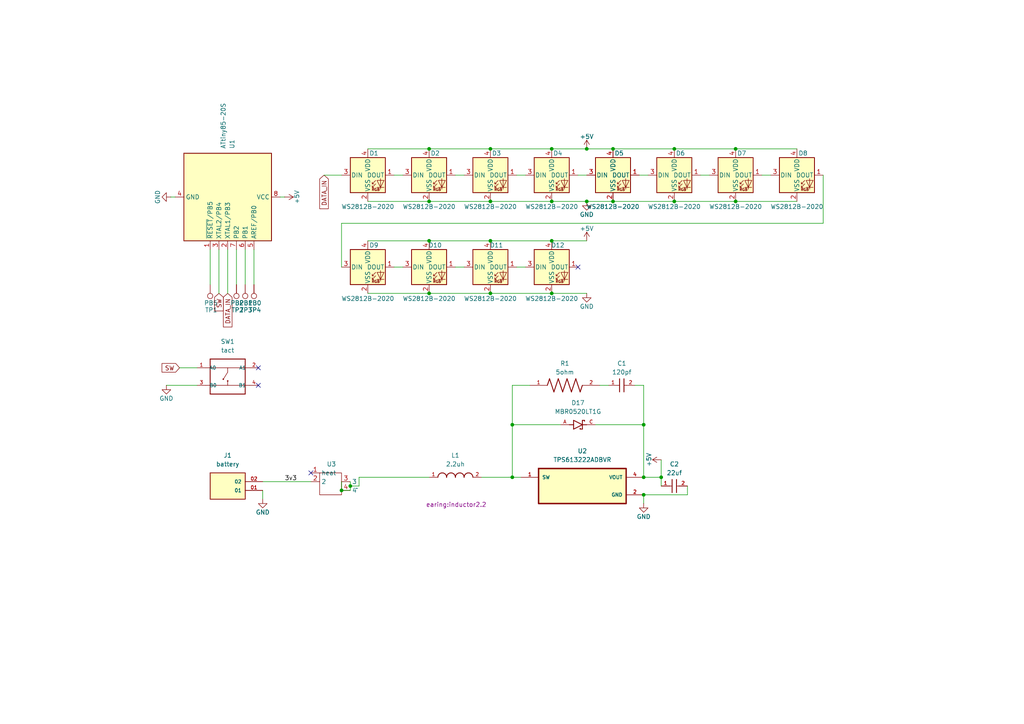
<source format=kicad_sch>
(kicad_sch (version 20250114) (generator "eeschema") (generator_version "9.0")
  (paper "A4")
  (lib_symbols
    (symbol "2pin_conn_1.27mm:FTR-102-02-G-S" (pin_names (offset 1.016))
      (property "Reference" "J" (at -5.58 3.656 0))
      (property "Value" "FTR-102-02-G-S" (at -5.08 -7.62 0))
      (symbol "FTR-102-02-G-S_0_0"
        (rectangle (start -5.08 -5.08) (end 5.08 2.54) (stroke (width 0.254)) (fill (type background)))
        (pin passive line (at -10.16 0 0) (length 5.08) (name "01") (number "01"))
        (pin passive line (at -10.16 -2.54 0) (length 5.08) (name "02") (number "02"))
      )
    )
    (symbol "C10603:WCAP-CSGP_0603" (pin_names (offset 1.016))
      (property "Reference" "C" (at 1.27 3.302 0))
      (property "Value" "WCAP-CSGP_0603" (at 1.27 -5.08 0))
      (symbol "WCAP-CSGP_0603_0_0"
        (polyline (pts (xy 0 0) (xy 0.6426 0)) (stroke (width 0.1524)))
        (polyline (pts (xy 0.635 -1.905) (xy 0.635 1.905)) (stroke (width 0.254)))
        (polyline (pts (xy 1.905 1.905) (xy 1.905 -1.905)) (stroke (width 0.254)))
        (polyline (pts (xy 1.9279 0) (xy 2.5705 0)) (stroke (width 0.1524)))
        (pin passive line (at -2.54 0 0) (length 2.54) (name "~") (number "1"))
        (pin passive line (at 5.08 0 180) (length 2.54) (name "~") (number "2"))
      )
    )
    (symbol "Connector:TestPoint" (pin_numbers (hide yes)) (pin_names (offset 0.762) (hide yes))
      (property "Reference" "TP" (at 0 6.858 0))
      (property "Value" "TestPoint" (at 0 5.08 0))
      (symbol "TestPoint_0_1"
        (circle (center 0 3.302) (radius 0.762))
      )
      (symbol "TestPoint_1_1"
        (pin passive line (at 0 0 90) (length 2.54) (name "1") (number "1"))
      )
    )
    (symbol "LED:WS2812B-2020" (pin_names (offset 0.254))
      (property "Reference" "D" (at 5.08 5.715 0))
      (property "Value" "WS2812B-2020" (at 1.27 -5.715 0))
      (symbol "WS2812B-2020_0_0"
        (text "RGB" (at 2.286 -4.191 0) (effects (font (size 0.762 0.762))))
      )
      (symbol "WS2812B-2020_0_1"
        (polyline (pts (xy 1.27 -2.54) (xy 1.778 -2.54)))
        (polyline (pts (xy 1.27 -3.556) (xy 1.778 -3.556)))
        (polyline (pts (xy 2.286 -1.524) (xy 1.27 -2.54) (xy 1.27 -2.032)))
        (polyline (pts (xy 2.286 -2.54) (xy 1.27 -3.556) (xy 1.27 -3.048)))
        (polyline (pts (xy 3.683 -1.016) (xy 3.683 -3.556) (xy 3.683 -4.064)))
        (polyline (pts (xy 4.699 -1.524) (xy 2.667 -1.524) (xy 3.683 -3.556) (xy 4.699 -1.524)))
        (polyline (pts (xy 4.699 -3.556) (xy 2.667 -3.556)))
        (rectangle (start 5.08 5.08) (end -5.08 -5.08) (stroke (width 0.254)) (fill (type background)))
      )
      (symbol "WS2812B-2020_1_1"
        (pin input line (at -7.62 0 0) (length 2.54) (name "DIN") (number "3"))
        (pin power_in line (at 0 7.62 270) (length 2.54) (name "VDD") (number "4"))
        (pin power_in line (at 0 -7.62 90) (length 2.54) (name "VSS") (number "2"))
        (pin output line (at 7.62 0 180) (length 2.54) (name "DOUT") (number "1"))
      )
    )
    (symbol "MCU_Microchip_ATtiny:ATtiny85-20S"
      (property "Reference" "U" (at -12.7 13.97 0))
      (property "Value" "ATtiny85-20S" (at 2.54 -13.97 0))
      (symbol "ATtiny85-20S_0_1"
        (rectangle (start -12.7 -12.7) (end 12.7 12.7) (stroke (width 0.254)) (fill (type background)))
      )
      (symbol "ATtiny85-20S_1_1"
        (pin power_in line (at 0 15.24 270) (length 2.54) (name "VCC") (number "8"))
        (pin power_in line (at 0 -15.24 90) (length 2.54) (name "GND") (number "4"))
        (pin bidirectional line (at 15.24 7.62 180) (length 2.54) (name "AREF/PB0") (number "5"))
        (pin bidirectional line (at 15.24 5.08 180) (length 2.54) (name "PB1") (number "6"))
        (pin bidirectional line (at 15.24 2.54 180) (length 2.54) (name "PB2") (number "7"))
        (pin bidirectional line (at 15.24 0 180) (length 2.54) (name "XTAL1/PB3") (number "2"))
        (pin bidirectional line (at 15.24 -2.54 180) (length 2.54) (name "XTAL2/PB4") (number "3"))
        (pin bidirectional line (at 15.24 -5.08 180) (length 2.54) (name "~{RESET}/PB5") (number "1"))
      )
    )
    (symbol "R0603:CRG0201F1K47" (pin_names (offset 1.016))
      (property "Reference" "R" (at -7.6244 2.5415 0))
      (property "Value" "CRG0201F1K47" (at -7.63 -5.0866 0))
      (symbol "CRG0201F1K47_0_0"
        (polyline (pts (xy -5.08 0) (xy -4.445 1.905)) (stroke (width 0.254)))
        (polyline (pts (xy -4.445 1.905) (xy -3.175 -1.905)) (stroke (width 0.254)))
        (polyline (pts (xy -3.175 -1.905) (xy -1.905 1.905)) (stroke (width 0.254)))
        (polyline (pts (xy -1.905 1.905) (xy -0.635 -1.905)) (stroke (width 0.254)))
        (polyline (pts (xy -0.635 -1.905) (xy 0.635 1.905)) (stroke (width 0.254)))
        (polyline (pts (xy 0.635 1.905) (xy 1.905 -1.905)) (stroke (width 0.254)))
        (polyline (pts (xy 1.905 -1.905) (xy 3.175 1.905)) (stroke (width 0.254)))
        (polyline (pts (xy 3.175 1.905) (xy 4.445 -1.905)) (stroke (width 0.254)))
        (polyline (pts (xy 4.445 -1.905) (xy 5.08 0)) (stroke (width 0.254)))
        (pin passive line (at -10.16 0 0) (length 5.08) (name "~") (number "1"))
        (pin passive line (at 10.16 0 180) (length 5.08) (name "~") (number "2"))
      )
    )
    (symbol "SMD-BUTTON_4P-5.2X5.2X1.5MM-SKQGADE010_:SMD-BUTTON_4P-5.2X5.2X1.5MM-SKQGADE010_" (pin_names (offset 1.016))
      (property "Reference" "SW" (at -5.0859 5.0859 0))
      (property "Value" "SMD-BUTTON_4P-5.2X5.2X1.5MM-SKQGADE010_" (at -5.0884 -6.3605 0))
      (symbol "SMD-BUTTON_4P-5.2X5.2X1.5MM-SKQGADE010__0_0"
        (polyline (pts (xy -6.35 2.54) (xy -5.08 2.54)) (stroke (width 0.1524)))
        (polyline (pts (xy -6.35 -2.54) (xy -5.08 -2.54)) (stroke (width 0.1524)))
        (polyline (pts (xy -5.08 5.08) (xy 5.08 5.08)) (stroke (width 0.254)))
        (polyline (pts (xy -5.08 2.54) (xy -5.08 5.08)) (stroke (width 0.254)))
        (polyline (pts (xy -5.08 2.54) (xy 0 2.54)) (stroke (width 0.1524)))
        (polyline (pts (xy -5.08 -2.54) (xy -5.08 2.54)) (stroke (width 0.254)))
        (polyline (pts (xy -5.08 -5.08) (xy -5.08 -2.54)) (stroke (width 0.254)))
        (circle (center -1.27 -0.762) (radius 0.1524))
        (polyline (pts (xy 0 2.54) (xy 0 1.27)) (stroke (width 0.1524)))
        (polyline (pts (xy 0 2.54) (xy 5.08 2.54)) (stroke (width 0.1524)))
        (polyline (pts (xy 0 1.27) (xy -1.27 -0.762)) (stroke (width 0.1524)))
        (polyline (pts (xy 0 -1.27) (xy 0 -2.54)) (stroke (width 0.1524)))
        (circle (center 0 -1.27) (radius 0.1524))
        (polyline (pts (xy 0 -2.54) (xy -5.08 -2.54)) (stroke (width 0.1524)))
        (polyline (pts (xy 0 -2.54) (xy 5.08 -2.54)) (stroke (width 0.1524)))
        (polyline (pts (xy 5.08 5.08) (xy 5.08 2.54)) (stroke (width 0.254)))
        (polyline (pts (xy 5.08 2.54) (xy 5.08 -2.54)) (stroke (width 0.254)))
        (polyline (pts (xy 5.08 -2.54) (xy 5.08 -5.08)) (stroke (width 0.254)))
        (polyline (pts (xy 5.08 -5.08) (xy -5.08 -5.08)) (stroke (width 0.254)))
        (polyline (pts (xy 6.35 2.54) (xy 5.08 2.54)) (stroke (width 0.1524)))
        (polyline (pts (xy 6.35 -2.54) (xy 5.08 -2.54)) (stroke (width 0.1524)))
        (pin bidirectional line (at -8.89 2.54 0) (length 2.54) (name "A0") (number "1"))
        (pin bidirectional line (at -8.89 -2.54 0) (length 2.54) (name "B0") (number "3"))
        (pin bidirectional line (at 8.89 2.54 180) (length 2.54) (name "A1") (number "2"))
        (pin bidirectional line (at 8.89 -2.54 180) (length 2.54) (name "B1") (number "4"))
      )
    )
    (symbol "inductor2.2:DFE252012F-2R2M=P2" (pin_names (offset 1.016))
      (property "Reference" "L" (at -7.62 5.08 0))
      (property "Value" "DFE252012F-2R2M=P2" (at -7.62 2.54 0))
      (symbol "DFE252012F-2R2M=P2_0_0"
        (arc (start -5.08 0) (mid -3.81 1.2645) (end -2.54 0) (stroke (width 0.254)))
        (arc (start -2.54 0) (mid -1.27 1.2645) (end 0 0) (stroke (width 0.254)))
        (arc (start 0 0) (mid 1.27 1.2645) (end 2.54 0) (stroke (width 0.254)))
        (arc (start 2.54 0) (mid 3.81 1.2645) (end 5.08 0) (stroke (width 0.254)))
        (pin passive line (at -7.62 0 0) (length 2.54) (name "~") (number "1"))
        (pin passive line (at 7.62 0 180) (length 2.54) (name "~") (number "2"))
      )
    )
    (symbol "power:+5V" (power) (pin_numbers (hide yes)) (pin_names (offset 0) (hide yes))
      (property "Value" "+5V" (at 0 3.556 0))
      (symbol "+5V_0_1"
        (polyline (pts (xy -0.762 1.27) (xy 0 2.54)))
        (polyline (pts (xy 0 2.54) (xy 0.762 1.27)))
        (polyline (pts (xy 0 0) (xy 0 2.54)))
      )
      (symbol "+5V_1_1"
        (pin power_in line (at 0 0 90) (length 0) (name "~") (number "1"))
      )
    )
    (symbol "power:GND" (power) (pin_numbers (hide yes)) (pin_names (offset 0) (hide yes))
      (property "Value" "GND" (at 0 -3.81 0))
      (symbol "GND_0_1"
        (polyline (pts (xy 0 0) (xy 0 -1.27) (xy 1.27 -1.27) (xy 0 -2.54) (xy -1.27 -1.27) (xy 0 -1.27)))
      )
      (symbol "GND_1_1"
        (pin power_in line (at 0 0 270) (length 0) (name "~") (number "1"))
      )
    )
    (symbol "schottky_earing:1N5819HW-7" (pin_names (offset 1.016))
      (property "Reference" "D" (at -5.08 2.54 0))
      (property "Value" "1N5819HW-7" (at -5.08 -3.81 0))
      (symbol "1N5819HW-7_0_0"
        (polyline (pts (xy -2.54 0) (xy -1.27 0)) (stroke (width 0.254)))
        (polyline (pts (xy -1.27 1.27) (xy -1.27 0)) (stroke (width 0.254)))
        (polyline (pts (xy -1.27 0) (xy -1.27 -1.27)) (stroke (width 0.254)))
        (polyline (pts (xy -1.27 -1.27) (xy 1.27 0)) (stroke (width 0.254)))
        (polyline (pts (xy 0.635 -1.016) (xy 0.635 -1.27)) (stroke (width 0.254)))
        (polyline (pts (xy 1.27 1.27) (xy 1.27 0)) (stroke (width 0.254)))
        (polyline (pts (xy 1.27 0) (xy -1.27 1.27)) (stroke (width 0.254)))
        (polyline (pts (xy 1.27 0) (xy 1.27 -1.27)) (stroke (width 0.254)))
        (polyline (pts (xy 1.27 -1.27) (xy 0.635 -1.27)) (stroke (width 0.254)))
        (polyline (pts (xy 1.905 1.27) (xy 1.27 1.27)) (stroke (width 0.254)))
        (polyline (pts (xy 1.905 1.27) (xy 1.905 1.016)) (stroke (width 0.254)))
        (polyline (pts (xy 2.54 0) (xy 1.27 0)) (stroke (width 0.254)))
        (pin passive line (at -5.08 0 0) (length 2.54) (name "~") (number "A"))
        (pin passive line (at 5.08 0 180) (length 2.54) (name "~") (number "C"))
      )
    )
    (symbol "sw_symbol:sw_slide_ear_sym"
      (property "Reference" "U" (at -17.78 6.096 0))
      (symbol "sw_slide_ear_sym_0_1"
        (rectangle (start -19.05 3.81) (end -12.7 -2.54))
      )
      (symbol "sw_slide_ear_sym_1_1"
        (pin input line (at -21.59 3.81 0) (length 2.54) (name "heat") (number "1"))
        (pin input line (at -21.59 1.27 0) (length 2.54) (name "2") (number "2"))
        (pin input line (at -12.7 1.27 0) (length 2.54) (name "3") (number "3"))
        (pin input line (at -12.7 -1.27 0) (length 2.54) (name "4") (number "4"))
      )
    )
    (symbol "tps6booster:TPS613222ADBVR" (pin_names (offset 1.016))
      (property "Reference" "U" (at -12.7 6.08 0))
      (property "Value" "TPS613222ADBVR" (at -12.7 -9.08 0))
      (symbol "TPS613222ADBVR_0_0"
        (rectangle (start -12.7 -5.08) (end 12.7 5.08) (stroke (width 0.41)) (fill (type background)))
        (pin input line (at -17.78 2.54 0) (length 5.08) (name "SW") (number "1"))
        (pin output line (at 17.78 2.54 180) (length 5.08) (name "VOUT") (number "4"))
        (pin power_in line (at 17.78 -2.54 180) (length 5.08) (name "GND") (number "2"))
      )
    )
  )
  (junction (at 160.02 58.42))
  (junction (at 195.58 43.18))
  (junction (at 186.69 138.43))
  (junction (at 186.69 143.51))
  (junction (at 177.8 43.18))
  (junction (at 186.69 123.19))
  (junction (at 142.24 58.42))
  (junction (at 142.24 85.09))
  (junction (at 142.24 69.85))
  (junction (at 170.18 58.42))
  (junction (at 191.77 138.43))
  (junction (at 160.02 69.85))
  (junction (at 160.02 85.09))
  (junction (at 142.24 43.18))
  (junction (at 195.58 58.42))
  (junction (at 170.18 43.18))
  (junction (at 101.6 140.97))
  (junction (at 213.36 58.42))
  (junction (at 124.46 58.42))
  (junction (at 148.59 123.19))
  (junction (at 148.59 138.43))
  (junction (at 177.8 58.42))
  (junction (at 124.46 43.18))
  (junction (at 124.46 85.09))
  (junction (at 124.46 69.85))
  (junction (at 160.02 43.18))
  (junction (at 99.06 142.24))
  (junction (at 213.36 43.18))
  (no_connect (at 90.17 137.16))
  (no_connect (at 74.93 111.76))
  (no_connect (at 74.93 106.68))
  (no_connect (at 167.64 77.47))
  (wire (pts (xy 185.42 50.8) (xy 187.96 50.8)))
  (wire (pts (xy 76.2 139.7) (xy 90.17 139.7)))
  (wire (pts (xy 82.55 57.15) (xy 81.28 57.15)))
  (wire (pts (xy 60.96 72.39) (xy 60.96 82.55)))
  (wire (pts (xy 106.68 58.42) (xy 124.46 58.42)))
  (wire (pts (xy 93.98 50.8) (xy 99.06 50.8)))
  (wire (pts (xy 106.68 85.09) (xy 124.46 85.09)))
  (wire (pts (xy 160.02 58.42) (xy 170.18 58.42)))
  (wire (pts (xy 195.58 43.18) (xy 213.36 43.18)))
  (wire (pts (xy 220.98 50.8) (xy 223.52 50.8)))
  (wire (pts (xy 63.5 72.39) (xy 63.5 85.09)))
  (wire (pts (xy 99.06 139.7) (xy 99.06 142.24)))
  (wire (pts (xy 124.46 85.09) (xy 142.24 85.09)))
  (wire (pts (xy 104.14 140.97) (xy 101.6 140.97)))
  (wire (pts (xy 124.46 69.85) (xy 142.24 69.85)))
  (wire (pts (xy 167.64 50.8) (xy 170.18 50.8)))
  (wire (pts (xy 186.69 143.51) (xy 199.39 143.51)))
  (wire (pts (xy 186.69 143.51) (xy 186.69 146.05)))
  (wire (pts (xy 132.08 77.47) (xy 134.62 77.47)))
  (wire (pts (xy 66.04 72.39) (xy 66.04 85.09)))
  (wire (pts (xy 213.36 58.42) (xy 231.14 58.42)))
  (wire (pts (xy 101.6 140.97) (xy 101.6 142.24)))
  (wire (pts (xy 99.06 142.24) (xy 101.6 142.24)))
  (wire (pts (xy 238.76 64.77) (xy 99.06 64.77)))
  (wire (pts (xy 104.14 138.43) (xy 104.14 140.97)))
  (wire (pts (xy 172.72 123.19) (xy 186.69 123.19)))
  (wire (pts (xy 50.8 57.15) (xy 49.53 57.15)))
  (wire (pts (xy 160.02 69.85) (xy 170.18 69.85)))
  (wire (pts (xy 148.59 111.76) (xy 148.59 123.19)))
  (wire (pts (xy 71.12 72.39) (xy 71.12 82.55)))
  (wire (pts (xy 104.14 138.43) (xy 124.46 138.43)))
  (wire (pts (xy 153.67 111.76) (xy 148.59 111.76)))
  (wire (pts (xy 68.58 72.39) (xy 68.58 82.55)))
  (wire (pts (xy 124.46 43.18) (xy 142.24 43.18)))
  (wire (pts (xy 114.3 50.8) (xy 116.84 50.8)))
  (wire (pts (xy 186.69 111.76) (xy 186.69 123.19)))
  (wire (pts (xy 160.02 43.18) (xy 170.18 43.18)))
  (wire (pts (xy 213.36 43.18) (xy 231.14 43.18)))
  (wire (pts (xy 186.69 123.19) (xy 186.69 138.43)))
  (wire (pts (xy 148.59 123.19) (xy 162.56 123.19)))
  (wire (pts (xy 148.59 123.19) (xy 148.59 138.43)))
  (wire (pts (xy 142.24 58.42) (xy 160.02 58.42)))
  (wire (pts (xy 149.86 50.8) (xy 152.4 50.8)))
  (wire (pts (xy 199.39 143.51) (xy 199.39 140.97)))
  (wire (pts (xy 52.07 106.68) (xy 57.15 106.68)))
  (wire (pts (xy 99.06 64.77) (xy 99.06 77.47)))
  (wire (pts (xy 142.24 69.85) (xy 160.02 69.85)))
  (wire (pts (xy 238.76 50.8) (xy 238.76 64.77)))
  (wire (pts (xy 203.2 50.8) (xy 205.74 50.8)))
  (wire (pts (xy 101.6 139.7) (xy 101.6 140.97)))
  (wire (pts (xy 73.66 72.39) (xy 73.66 82.55)))
  (wire (pts (xy 195.58 58.42) (xy 213.36 58.42)))
  (wire (pts (xy 139.7 138.43) (xy 148.59 138.43)))
  (wire (pts (xy 142.24 43.18) (xy 160.02 43.18)))
  (wire (pts (xy 191.77 133.35) (xy 191.77 138.43)))
  (wire (pts (xy 170.18 58.42) (xy 177.8 58.42)))
  (wire (pts (xy 191.77 138.43) (xy 191.77 140.97)))
  (wire (pts (xy 142.24 85.09) (xy 160.02 85.09)))
  (wire (pts (xy 186.69 138.43) (xy 191.77 138.43)))
  (wire (pts (xy 76.2 142.24) (xy 76.2 144.78)))
  (wire (pts (xy 106.68 69.85) (xy 124.46 69.85)))
  (wire (pts (xy 114.3 77.47) (xy 116.84 77.47)))
  (wire (pts (xy 170.18 43.18) (xy 177.8 43.18)))
  (wire (pts (xy 160.02 85.09) (xy 170.18 85.09)))
  (wire (pts (xy 184.15 111.76) (xy 186.69 111.76)))
  (wire (pts (xy 132.08 50.8) (xy 134.62 50.8)))
  (wire (pts (xy 177.8 43.18) (xy 195.58 43.18)))
  (wire (pts (xy 124.46 58.42) (xy 142.24 58.42)))
  (wire (pts (xy 173.99 111.76) (xy 176.53 111.76)))
  (wire (pts (xy 149.86 77.47) (xy 152.4 77.47)))
  (wire (pts (xy 106.68 43.18) (xy 124.46 43.18)))
  (wire (pts (xy 48.26 111.76) (xy 57.15 111.76)))
  (wire (pts (xy 177.8 58.42) (xy 195.58 58.42)))
  (wire (pts (xy 148.59 138.43) (xy 151.13 138.43)))
  (label "3v3" (at 82.55 139.7 0))
  (global_label "SW" (shape input) (at 63.5 85.09 270) (property "Intersheetrefs" "${INTERSHEET_REFS}" (effects (hide yes))))
  (global_label "SW" (shape input) (at 52.07 106.68 180) (property "Intersheetrefs" "${INTERSHEET_REFS}" (effects (hide yes))))
  (global_label "DATA_IN" (shape input) (at 66.04 85.09 270) (property "Intersheetrefs" "${INTERSHEET_REFS}" (effects (hide yes))))
  (global_label "DATA_IN" (shape input) (at 93.98 50.8 270) (property "Intersheetrefs" "${INTERSHEET_REFS}" (effects (hide yes))))
  (symbol (lib_id "power:+5V") (at 191.77 133.35 90) (unit 1)
    (property "Reference" "#PWR08" (effects (hide yes)))
    (property "Value" "+5V" (at 188.214 133.35 0))
    (property "Description" "Power symbol creates a global label with name \"+5V\"" (effects (hide yes)))
  )
  (symbol (lib_id "C10603:WCAP-CSGP_0603") (at 179.07 111.76 0) (unit 1)
    (property "Reference" "C1" (at 180.3552 105.41 0))
    (property "Value" "120pf" (at 180.3552 107.95 0))
    (property "Footprint" "earing:C10603" (effects (hide yes)))
    (property "MF" "Würth Elektronik" (effects (hide yes)))
    (property "Description_1" "Capacitor 100nF Multilayer Ceramic MLCC25 V , X7R Dielectric 0603 Surface Mount | Wurth Electronics 885012206071" (effects (hide yes)))
    (property "Package" "0603 Wurth Electronics" (effects (hide yes)))
    (property "Price" "None" (effects (hide yes)))
    (property "SnapEDA_Link" "https://www.snapeda.com/parts/885012206071/W%25C3%25BCrth+Elektronik+Midcom/view-part/?ref=snap" (effects (hide yes)))
    (property "MP" "885012206071" (effects (hide yes)))
    (property "Availability" "In Stock" (effects (hide yes)))
    (property "Check_prices" "https://www.snapeda.com/parts/885012206071/W%25C3%25BCrth+Elektronik+Midcom/view-part/?ref=eda" (effects (hide yes)))
  )
  (symbol (lib_id "schottky_earing:1N5819HW-7") (at 167.64 123.19 0) (unit 1)
    (property "Reference" "D17" (at 167.64 116.84 0))
    (property "Value" "MBR0520LT1G" (at 167.64 119.38 0))
    (property "Footprint" "earing:schottky_earing" (effects (hide yes)))
    (property "MF" "Diodes Inc." (effects (hide yes)))
    (property "Description_1" "Diode Schottky 40 V 1A Surface Mount SOD-123" (effects (hide yes)))
    (property "Package" "SOD-123 Fairchild Semiconductor" (effects (hide yes)))
    (property "Price" "None" (effects (hide yes)))
    (property "Check_prices" "https://www.snapeda.com/parts/1N5819HW-7/Diodes+Inc./view-part/?ref=eda" (effects (hide yes)))
    (property "STANDARD" "IPC-7351B" (effects (hide yes)))
    (property "PARTREV" "18-2" (effects (hide yes)))
    (property "SnapEDA_Link" "https://www.snapeda.com/parts/1N5819HW-7/Diodes+Inc./view-part/?ref=snap" (effects (hide yes)))
    (property "MP" "1N5819HW-7" (effects (hide yes)))
    (property "Availability" "In Stock" (effects (hide yes)))
    (property "MANUFACTURER" "Diodes Inc." (effects (hide yes)))
  )
  (symbol (lib_id "Connector:TestPoint") (at 71.12 82.55 180) (unit 1)
    (property "Reference" "TP3" (at 69.596 89.916 0) (effects (justify right)))
    (property "Value" "PB1" (at 69.342 87.884 0) (effects (justify right)))
    (property "Description" "test point" (effects (hide yes)))
  )
  (symbol (lib_id "2pin_conn_1.27mm:FTR-102-02-G-S") (at 66.04 142.24 180) (unit 1)
    (property "Reference" "J1" (at 66.04 132.08 0))
    (property "Value" "battery" (at 66.04 134.62 0))
    (property "Footprint" "earing:2pin_conn_1.27mm" (effects (hide yes)))
    (property "MF" "Samtec" (effects (hide yes)))
    (property "Description_1" "Connector Header Surface Mount 2 position 0.050 (1.27mm)" (effects (hide yes)))
    (property "Package" "None" (effects (hide yes)))
    (property "Price" "None" (effects (hide yes)))
    (property "Check_prices" "https://www.snapeda.com/parts/FTR-102-02-G-S/Samtec/view-part/?ref=eda" (effects (hide yes)))
    (property "SnapEDA_Link" "https://www.snapeda.com/parts/FTR-102-02-G-S/Samtec/view-part/?ref=snap" (effects (hide yes)))
    (property "MP" "FTR-102-02-G-S" (effects (hide yes)))
    (property "Availability" "In Stock" (effects (hide yes)))
    (property "MANUFACTURER" "SAMTEC" (effects (hide yes)))
  )
  (symbol (lib_id "tps6booster:TPS613222ADBVR") (at 168.91 140.97 0) (unit 1)
    (property "Reference" "U2" (at 168.91 130.81 0))
    (property "Value" "TPS613222ADBVR" (at 168.91 133.35 0))
    (property "Footprint" "earing:tps6booster" (effects (hide yes)))
    (property "MF" "Texas Instruments" (effects (hide yes)))
    (property "Description_1" "6-uA Quiescent Current, 1.8-A Switch Current Boost Converter" (effects (hide yes)))
    (property "Package" "SOT-23-5 Texas Instruments" (effects (hide yes)))
    (property "Price" "None" (effects (hide yes)))
    (property "SnapEDA_Link" "https://www.snapeda.com/parts/TPS613222ADBVR/Texas+Instruments/view-part/?ref=snap" (effects (hide yes)))
    (property "MP" "TPS613222ADBVR" (effects (hide yes)))
    (property "Availability" "In Stock" (effects (hide yes)))
    (property "Check_prices" "https://www.snapeda.com/parts/TPS613222ADBVR/Texas+Instruments/view-part/?ref=eda" (effects (hide yes)))
  )
  (symbol (lib_id "LED:WS2812B-2020") (at 106.68 50.8 0) (unit 1)
    (property "Reference" "D1" (at 108.458 44.45 0))
    (property "Value" "WS2812B-2020" (at 106.68 59.944 0))
    (property "Footprint" "LED_SMD:LED_WS2812B-2020_PLCC4_2.0x2.0mm" (effects (hide yes)))
    (property "Datasheet" "https://cdn-shop.adafruit.com/product-files/4684/4684_WS2812B-2020_V1.3_EN.pdf" (effects (hide yes)))
    (property "Description" "RGB LED with integrated controller, 2.0 x 2.0 mm, 12 mA" (effects (hide yes)))
  )
  (symbol (lib_id "R0603:CRG0201F1K47") (at 163.83 111.76 0) (unit 1)
    (property "Reference" "R1" (at 163.83 105.41 0))
    (property "Value" "5ohm" (at 163.83 107.95 0))
    (property "Footprint" "earing:R0603" (effects (hide yes)))
    (property "Comment" "2176068-6" (effects (hide yes)))
    (property "MF" "TE Connectivity" (effects (hide yes)))
    (property "Power_Rating" ".05 W" (effects (hide yes)))
    (property "Package" "0201" (effects (hide yes)))
    (property "Price" "None" (effects (hide yes)))
    (property "Check_prices" "https://www.snapeda.com/parts/CRG0201F1K47/TE+Connectivity/view-part/?ref=eda" (effects (hide yes)))
    (property "Resistance" "1.47K" (effects (hide yes)))
    (property "SnapEDA_Link" "https://www.snapeda.com/parts/CRG0201F1K47/TE+Connectivity/view-part/?ref=snap" (effects (hide yes)))
    (property "MP" "CRG0201F1K47" (effects (hide yes)))
    (property "Voltage_Rating" "25 V" (effects (hide yes)))
    (property "EU_RoHS_Compliance" "Compliant with Exemptions" (effects (hide yes)))
    (property "Tolerance" "1%" (effects (hide yes)))
    (property "Availability" "In Stock" (effects (hide yes)))
    (property "Description_1" "Thick Film Smnt Fixed Resistor 0201 Case 1.47kOhm +/-1% +/-200ppm/degC | TE Connectivity CRG0201F1K47" (effects (hide yes)))
  )
  (symbol (lib_id "power:GND") (at 48.26 111.76 0) (unit 1)
    (property "Reference" "#PWR07" (effects (hide yes)))
    (property "Value" "GND" (at 48.26 115.57 0))
    (property "Description" "Power symbol creates a global label with name \"GND\" , ground" (effects (hide yes)))
  )
  (symbol (lib_id "LED:WS2812B-2020") (at 195.58 50.8 0) (unit 1)
    (property "Reference" "D6" (at 197.358 44.45 0))
    (property "Value" "WS2812B-2020" (at 195.58 59.944 0))
    (property "Footprint" "LED_SMD:LED_WS2812B-2020_PLCC4_2.0x2.0mm" (effects (hide yes)))
    (property "Datasheet" "https://cdn-shop.adafruit.com/product-files/4684/4684_WS2812B-2020_V1.3_EN.pdf" (effects (hide yes)))
    (property "Description" "RGB LED with integrated controller, 2.0 x 2.0 mm, 12 mA" (effects (hide yes)))
  )
  (symbol (lib_id "LED:WS2812B-2020") (at 231.14 50.8 0) (unit 1)
    (property "Reference" "D8" (at 232.918 44.45 0))
    (property "Value" "WS2812B-2020" (at 231.14 59.944 0))
    (property "Footprint" "LED_SMD:LED_WS2812B-2020_PLCC4_2.0x2.0mm" (effects (hide yes)))
    (property "Datasheet" "https://cdn-shop.adafruit.com/product-files/4684/4684_WS2812B-2020_V1.3_EN.pdf" (effects (hide yes)))
    (property "Description" "RGB LED with integrated controller, 2.0 x 2.0 mm, 12 mA" (effects (hide yes)))
  )
  (symbol (lib_id "power:GND") (at 170.18 58.42 0) (unit 1)
    (property "Reference" "#PWR01" (effects (hide yes)))
    (property "Value" "GND" (at 170.18 62.23 0))
    (property "Description" "Power symbol creates a global label with name \"GND\" , ground" (effects (hide yes)))
  )
  (symbol (lib_id "power:+5V") (at 170.18 69.85 0) (unit 1)
    (property "Reference" "#PWR04" (effects (hide yes)))
    (property "Value" "+5V" (at 170.18 66.294 0))
    (property "Description" "Power symbol creates a global label with name \"+5V\"" (effects (hide yes)))
  )
  (symbol (lib_id "Connector:TestPoint") (at 73.66 82.55 180) (unit 1)
    (property "Reference" "TP4" (at 72.136 89.916 0) (effects (justify right)))
    (property "Value" "PB0" (at 71.882 87.884 0) (effects (justify right)))
    (property "Description" "test point" (effects (hide yes)))
  )
  (symbol (lib_id "MCU_Microchip_ATtiny:ATtiny85-20S") (at 66.04 57.15 270) (unit 1)
    (property "Reference" "U1" (at 67.3101 43.18 0) (effects (justify right)))
    (property "Value" "ATtiny85-20S" (at 64.7701 43.18 0) (effects (justify right)))
    (property "Footprint" "Package_SO:SOIC-8_5.3x5.3mm_P1.27mm" (effects (hide yes)))
    (property "Datasheet" "http://ww1.microchip.com/downloads/en/DeviceDoc/atmel-2586-avr-8-bit-microcontroller-attiny25-attiny45-attiny85_datasheet.pdf" (effects (hide yes)))
    (property "Description" "20MHz, 8kB Flash, 512B SRAM, 512B EEPROM, debugWIRE, SOIC-8" (effects (hide yes)))
  )
  (symbol (lib_id "power:+5V") (at 170.18 43.18 0) (unit 1)
    (property "Reference" "#PWR03" (effects (hide yes)))
    (property "Value" "+5V" (at 170.18 39.624 0))
    (property "Description" "Power symbol creates a global label with name \"+5V\"" (effects (hide yes)))
  )
  (symbol (lib_id "LED:WS2812B-2020") (at 106.68 77.47 0) (unit 1)
    (property "Reference" "D9" (at 108.458 71.12 0))
    (property "Value" "WS2812B-2020" (at 106.68 86.614 0))
    (property "Footprint" "LED_SMD:LED_WS2812B-2020_PLCC4_2.0x2.0mm" (effects (hide yes)))
    (property "Datasheet" "https://cdn-shop.adafruit.com/product-files/4684/4684_WS2812B-2020_V1.3_EN.pdf" (effects (hide yes)))
    (property "Description" "RGB LED with integrated controller, 2.0 x 2.0 mm, 12 mA" (effects (hide yes)))
  )
  (symbol (lib_id "LED:WS2812B-2020") (at 142.24 50.8 0) (unit 1)
    (property "Reference" "D3" (at 144.018 44.45 0))
    (property "Value" "WS2812B-2020" (at 142.24 59.944 0))
    (property "Footprint" "LED_SMD:LED_WS2812B-2020_PLCC4_2.0x2.0mm" (effects (hide yes)))
    (property "Datasheet" "https://cdn-shop.adafruit.com/product-files/4684/4684_WS2812B-2020_V1.3_EN.pdf" (effects (hide yes)))
    (property "Description" "RGB LED with integrated controller, 2.0 x 2.0 mm, 12 mA" (effects (hide yes)))
  )
  (symbol (lib_id "SMD-BUTTON_4P-5.2X5.2X1.5MM-SKQGADE010_:SMD-BUTTON_4P-5.2X5.2X1.5MM-SKQGADE010_") (at 66.04 109.22 0) (unit 1)
    (property "Reference" "SW1" (at 66.04 99.06 0))
    (property "Value" "tact" (at 66.04 101.6 0))
    (property "Footprint" "earing:SW4-SMD-5.2X5.2X1.5MM" (effects (hide yes)))
    (property "MF" "ALPS" (effects (hide yes)))
    (property "Description_1" "Switch Tactile N.O. SPST Round Button Gull Wing 0.05A 12VDC 2.55N SMD T/R" (effects (hide yes)))
    (property "Package" "SMD-4 ALPS" (effects (hide yes)))
    (property "Price" "None" (effects (hide yes)))
    (property "SnapEDA_Link" "https://www.snapeda.com/parts/SKQGADE010/ALPS/view-part/?ref=snap" (effects (hide yes)))
    (property "MP" "SKQGADE010" (effects (hide yes)))
    (property "Availability" "In Stock" (effects (hide yes)))
    (property "Check_prices" "https://www.snapeda.com/parts/SKQGADE010/ALPS/view-part/?ref=eda" (effects (hide yes)))
  )
  (symbol (lib_id "LED:WS2812B-2020") (at 142.24 77.47 0) (unit 1)
    (property "Reference" "D11" (at 144.018 71.12 0))
    (property "Value" "WS2812B-2020" (at 142.24 86.614 0))
    (property "Footprint" "LED_SMD:LED_WS2812B-2020_PLCC4_2.0x2.0mm" (effects (hide yes)))
    (property "Datasheet" "https://cdn-shop.adafruit.com/product-files/4684/4684_WS2812B-2020_V1.3_EN.pdf" (effects (hide yes)))
    (property "Description" "RGB LED with integrated controller, 2.0 x 2.0 mm, 12 mA" (effects (hide yes)))
  )
  (symbol (lib_id "Connector:TestPoint") (at 60.96 82.55 180) (unit 1)
    (property "Reference" "TP1" (at 59.436 89.916 0) (effects (justify right)))
    (property "Value" "PB5" (at 59.182 87.884 0) (effects (justify right)))
    (property "Description" "test point" (effects (hide yes)))
  )
  (symbol (lib_id "LED:WS2812B-2020") (at 160.02 50.8 0) (unit 1)
    (property "Reference" "D4" (at 161.798 44.45 0))
    (property "Value" "WS2812B-2020" (at 160.02 59.944 0))
    (property "Footprint" "LED_SMD:LED_WS2812B-2020_PLCC4_2.0x2.0mm" (effects (hide yes)))
    (property "Datasheet" "https://cdn-shop.adafruit.com/product-files/4684/4684_WS2812B-2020_V1.3_EN.pdf" (effects (hide yes)))
    (property "Description" "RGB LED with integrated controller, 2.0 x 2.0 mm, 12 mA" (effects (hide yes)))
  )
  (symbol (lib_id "power:GND") (at 186.69 146.05 0) (unit 1)
    (property "Reference" "#PWR010" (effects (hide yes)))
    (property "Value" "GND" (at 186.69 149.86 0))
    (property "Description" "Power symbol creates a global label with name \"GND\" , ground" (effects (hide yes)))
  )
  (symbol (lib_id "LED:WS2812B-2020") (at 160.02 77.47 0) (unit 1)
    (property "Reference" "D12" (at 161.798 71.12 0))
    (property "Value" "WS2812B-2020" (at 160.02 86.614 0))
    (property "Footprint" "LED_SMD:LED_WS2812B-2020_PLCC4_2.0x2.0mm" (effects (hide yes)))
    (property "Datasheet" "https://cdn-shop.adafruit.com/product-files/4684/4684_WS2812B-2020_V1.3_EN.pdf" (effects (hide yes)))
    (property "Description" "RGB LED with integrated controller, 2.0 x 2.0 mm, 12 mA" (effects (hide yes)))
  )
  (symbol (lib_id "LED:WS2812B-2020") (at 124.46 50.8 0) (unit 1)
    (property "Reference" "D2" (at 126.238 44.45 0))
    (property "Value" "WS2812B-2020" (at 124.46 59.944 0))
    (property "Footprint" "LED_SMD:LED_WS2812B-2020_PLCC4_2.0x2.0mm" (effects (hide yes)))
    (property "Datasheet" "https://cdn-shop.adafruit.com/product-files/4684/4684_WS2812B-2020_V1.3_EN.pdf" (effects (hide yes)))
    (property "Description" "RGB LED with integrated controller, 2.0 x 2.0 mm, 12 mA" (effects (hide yes)))
  )
  (symbol (lib_id "Connector:TestPoint") (at 68.58 82.55 180) (unit 1)
    (property "Reference" "TP2" (at 67.056 89.916 0) (effects (justify right)))
    (property "Value" "PB2" (at 66.802 87.884 0) (effects (justify right)))
    (property "Description" "test point" (effects (hide yes)))
  )
  (symbol (lib_id "inductor2.2:DFE252012F-2R2M=P2") (at 132.08 138.43 0) (unit 1)
    (property "Reference" "L1" (at 132.08 132.08 0))
    (property "Value" "2.2uh" (at 132.08 134.62 0))
    (property "Footprint" "earing:inductor2.2" (at 132.334 147.066 0) (effects (justify bottom)))
    (property "MF" "Murata" (effects (hide yes)))
    (property "Description_1" "Inductor with Inductance: 2.2uH Tol. +/-20%, Package: 1008 (2520)" (effects (hide yes)))
    (property "Package" "2520 Murata" (effects (hide yes)))
    (property "Price" "None" (effects (hide yes)))
    (property "SnapEDA_Link" "https://www.snapeda.com/parts/DFE252012F-2R2M=P2/Murata/view-part/?ref=snap" (effects (hide yes)))
    (property "MP" "DFE252012F-2R2M=P2" (effects (hide yes)))
    (property "Availability" "In Stock" (effects (hide yes)))
    (property "Check_prices" "https://www.snapeda.com/parts/DFE252012F-2R2M=P2/Murata/view-part/?ref=eda" (effects (hide yes)))
  )
  (symbol (lib_id "LED:WS2812B-2020") (at 177.8 50.8 0) (unit 1)
    (property "Reference" "D5" (at 179.578 44.45 0))
    (property "Value" "WS2812B-2020" (at 177.8 59.944 0))
    (property "Footprint" "LED_SMD:LED_WS2812B-2020_PLCC4_2.0x2.0mm" (effects (hide yes)))
    (property "Datasheet" "https://cdn-shop.adafruit.com/product-files/4684/4684_WS2812B-2020_V1.3_EN.pdf" (effects (hide yes)))
    (property "Description" "RGB LED with integrated controller, 2.0 x 2.0 mm, 12 mA" (effects (hide yes)))
  )
  (symbol (lib_id "LED:WS2812B-2020") (at 213.36 50.8 0) (unit 1)
    (property "Reference" "D7" (at 215.138 44.45 0))
    (property "Value" "WS2812B-2020" (at 213.36 59.944 0))
    (property "Footprint" "LED_SMD:LED_WS2812B-2020_PLCC4_2.0x2.0mm" (effects (hide yes)))
    (property "Datasheet" "https://cdn-shop.adafruit.com/product-files/4684/4684_WS2812B-2020_V1.3_EN.pdf" (effects (hide yes)))
    (property "Description" "RGB LED with integrated controller, 2.0 x 2.0 mm, 12 mA" (effects (hide yes)))
  )
  (symbol (lib_id "power:GND") (at 49.53 57.15 270) (unit 1)
    (property "Reference" "#PWR06" (effects (hide yes)))
    (property "Value" "GND" (at 45.72 57.15 0))
    (property "Description" "Power symbol creates a global label with name \"GND\" , ground" (effects (hide yes)))
  )
  (symbol (lib_id "power:GND") (at 170.18 85.09 0) (unit 1)
    (property "Reference" "#PWR02" (effects (hide yes)))
    (property "Value" "GND" (at 170.18 88.9 0))
    (property "Description" "Power symbol creates a global label with name \"GND\" , ground" (effects (hide yes)))
  )
  (symbol (lib_id "C10603:WCAP-CSGP_0603") (at 194.31 140.97 0) (unit 1)
    (property "Reference" "C2" (at 195.5952 134.62 0))
    (property "Value" "22uf" (at 195.5952 137.16 0))
    (property "Footprint" "earing:C10603" (effects (hide yes)))
    (property "MF" "Würth Elektronik" (effects (hide yes)))
    (property "Description_1" "Capacitor 100nF Multilayer Ceramic MLCC25 V , X7R Dielectric 0603 Surface Mount | Wurth Electronics 885012206071" (effects (hide yes)))
    (property "Package" "0603 Wurth Electronics" (effects (hide yes)))
    (property "Price" "None" (effects (hide yes)))
    (property "SnapEDA_Link" "https://www.snapeda.com/parts/885012206071/W%25C3%25BCrth+Elektronik+Midcom/view-part/?ref=snap" (effects (hide yes)))
    (property "MP" "885012206071" (effects (hide yes)))
    (property "Availability" "In Stock" (effects (hide yes)))
    (property "Check_prices" "https://www.snapeda.com/parts/885012206071/W%25C3%25BCrth+Elektronik+Midcom/view-part/?ref=eda" (effects (hide yes)))
  )
  (symbol (lib_id "LED:WS2812B-2020") (at 124.46 77.47 0) (unit 1)
    (property "Reference" "D10" (at 126.238 71.12 0))
    (property "Value" "WS2812B-2020" (at 124.46 86.614 0))
    (property "Footprint" "LED_SMD:LED_WS2812B-2020_PLCC4_2.0x2.0mm" (effects (hide yes)))
    (property "Datasheet" "https://cdn-shop.adafruit.com/product-files/4684/4684_WS2812B-2020_V1.3_EN.pdf" (effects (hide yes)))
    (property "Description" "RGB LED with integrated controller, 2.0 x 2.0 mm, 12 mA" (effects (hide yes)))
  )
  (symbol (lib_id "power:+5V") (at 82.55 57.15 270) (unit 1)
    (property "Reference" "#PWR05" (effects (hide yes)))
    (property "Value" "+5V" (at 86.106 57.15 0))
    (property "Description" "Power symbol creates a global label with name \"+5V\"" (effects (hide yes)))
  )
  (symbol (lib_id "sw_symbol:sw_slide_ear_sym") (at 111.76 140.97 0) (unit 1)
    (property "Reference" "U3" (at 94.742 134.62 0) (effects (justify left)))
    (property "Value" "~" (at 102.87 141.605 0) (effects (justify left)))
    (property "Footprint" "sw_ear:sw_ear" (effects (hide yes)))
  )
  (symbol (lib_id "power:GND") (at 76.2 144.78 0) (unit 1)
    (property "Reference" "#PWR012" (effects (hide yes)))
    (property "Value" "GND" (at 76.2 148.59 0))
    (property "Description" "Power symbol creates a global label with name \"GND\" , ground" (effects (hide yes)))
  )
)
</source>
